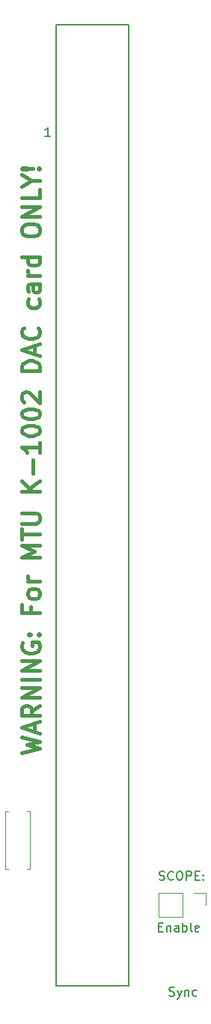
<source format=gbr>
%TF.GenerationSoftware,KiCad,Pcbnew,9.0.3*%
%TF.CreationDate,2025-08-13T21:30:13+02:00*%
%TF.ProjectId,app-mtu-adapter,6170702d-6d74-4752-9d61-646170746572,rev?*%
%TF.SameCoordinates,Original*%
%TF.FileFunction,Legend,Top*%
%TF.FilePolarity,Positive*%
%FSLAX46Y46*%
G04 Gerber Fmt 4.6, Leading zero omitted, Abs format (unit mm)*
G04 Created by KiCad (PCBNEW 9.0.3) date 2025-08-13 21:30:13*
%MOMM*%
%LPD*%
G01*
G04 APERTURE LIST*
G04 Aperture macros list*
%AMFreePoly0*
4,1,22,-1.270000,3.180000,1.270000,3.180000,1.270000,-1.910000,1.254364,-2.108672,1.198732,-2.329454,1.104571,-2.536755,0.974909,-2.723912,0.813912,-2.884909,0.626755,-3.014571,0.419454,-3.108732,0.198672,-3.164364,0.000000,-3.180000,-0.198672,-3.164364,-0.419454,-3.108732,-0.626755,-3.014571,-0.813912,-2.884909,-0.974909,-2.723912,-1.104571,-2.536755,-1.198732,-2.329454,-1.254364,-2.108672,
-1.270000,-1.910000,-1.270000,3.180000,-1.270000,3.180000,$1*%
G04 Aperture macros list end*
%ADD10C,0.150000*%
%ADD11C,0.400000*%
%ADD12C,0.120000*%
%ADD13C,3.000000*%
%ADD14C,1.700000*%
%ADD15R,1.700000X1.700000*%
%ADD16C,4.300000*%
%ADD17C,1.600000*%
%ADD18C,3.180000*%
%ADD19O,2.000000X2.000000*%
%ADD20FreePoly0,270.000000*%
G04 APERTURE END LIST*
D10*
X148248095Y-144466009D02*
X148581428Y-144466009D01*
X148724285Y-144989819D02*
X148248095Y-144989819D01*
X148248095Y-144989819D02*
X148248095Y-143989819D01*
X148248095Y-143989819D02*
X148724285Y-143989819D01*
X149152857Y-144323152D02*
X149152857Y-144989819D01*
X149152857Y-144418390D02*
X149200476Y-144370771D01*
X149200476Y-144370771D02*
X149295714Y-144323152D01*
X149295714Y-144323152D02*
X149438571Y-144323152D01*
X149438571Y-144323152D02*
X149533809Y-144370771D01*
X149533809Y-144370771D02*
X149581428Y-144466009D01*
X149581428Y-144466009D02*
X149581428Y-144989819D01*
X150486190Y-144989819D02*
X150486190Y-144466009D01*
X150486190Y-144466009D02*
X150438571Y-144370771D01*
X150438571Y-144370771D02*
X150343333Y-144323152D01*
X150343333Y-144323152D02*
X150152857Y-144323152D01*
X150152857Y-144323152D02*
X150057619Y-144370771D01*
X150486190Y-144942200D02*
X150390952Y-144989819D01*
X150390952Y-144989819D02*
X150152857Y-144989819D01*
X150152857Y-144989819D02*
X150057619Y-144942200D01*
X150057619Y-144942200D02*
X150010000Y-144846961D01*
X150010000Y-144846961D02*
X150010000Y-144751723D01*
X150010000Y-144751723D02*
X150057619Y-144656485D01*
X150057619Y-144656485D02*
X150152857Y-144608866D01*
X150152857Y-144608866D02*
X150390952Y-144608866D01*
X150390952Y-144608866D02*
X150486190Y-144561247D01*
X150962381Y-144989819D02*
X150962381Y-143989819D01*
X150962381Y-144370771D02*
X151057619Y-144323152D01*
X151057619Y-144323152D02*
X151248095Y-144323152D01*
X151248095Y-144323152D02*
X151343333Y-144370771D01*
X151343333Y-144370771D02*
X151390952Y-144418390D01*
X151390952Y-144418390D02*
X151438571Y-144513628D01*
X151438571Y-144513628D02*
X151438571Y-144799342D01*
X151438571Y-144799342D02*
X151390952Y-144894580D01*
X151390952Y-144894580D02*
X151343333Y-144942200D01*
X151343333Y-144942200D02*
X151248095Y-144989819D01*
X151248095Y-144989819D02*
X151057619Y-144989819D01*
X151057619Y-144989819D02*
X150962381Y-144942200D01*
X152010000Y-144989819D02*
X151914762Y-144942200D01*
X151914762Y-144942200D02*
X151867143Y-144846961D01*
X151867143Y-144846961D02*
X151867143Y-143989819D01*
X152771905Y-144942200D02*
X152676667Y-144989819D01*
X152676667Y-144989819D02*
X152486191Y-144989819D01*
X152486191Y-144989819D02*
X152390953Y-144942200D01*
X152390953Y-144942200D02*
X152343334Y-144846961D01*
X152343334Y-144846961D02*
X152343334Y-144466009D01*
X152343334Y-144466009D02*
X152390953Y-144370771D01*
X152390953Y-144370771D02*
X152486191Y-144323152D01*
X152486191Y-144323152D02*
X152676667Y-144323152D01*
X152676667Y-144323152D02*
X152771905Y-144370771D01*
X152771905Y-144370771D02*
X152819524Y-144466009D01*
X152819524Y-144466009D02*
X152819524Y-144561247D01*
X152819524Y-144561247D02*
X152343334Y-144656485D01*
X149432381Y-152232200D02*
X149575238Y-152279819D01*
X149575238Y-152279819D02*
X149813333Y-152279819D01*
X149813333Y-152279819D02*
X149908571Y-152232200D01*
X149908571Y-152232200D02*
X149956190Y-152184580D01*
X149956190Y-152184580D02*
X150003809Y-152089342D01*
X150003809Y-152089342D02*
X150003809Y-151994104D01*
X150003809Y-151994104D02*
X149956190Y-151898866D01*
X149956190Y-151898866D02*
X149908571Y-151851247D01*
X149908571Y-151851247D02*
X149813333Y-151803628D01*
X149813333Y-151803628D02*
X149622857Y-151756009D01*
X149622857Y-151756009D02*
X149527619Y-151708390D01*
X149527619Y-151708390D02*
X149480000Y-151660771D01*
X149480000Y-151660771D02*
X149432381Y-151565533D01*
X149432381Y-151565533D02*
X149432381Y-151470295D01*
X149432381Y-151470295D02*
X149480000Y-151375057D01*
X149480000Y-151375057D02*
X149527619Y-151327438D01*
X149527619Y-151327438D02*
X149622857Y-151279819D01*
X149622857Y-151279819D02*
X149860952Y-151279819D01*
X149860952Y-151279819D02*
X150003809Y-151327438D01*
X150337143Y-151613152D02*
X150575238Y-152279819D01*
X150813333Y-151613152D02*
X150575238Y-152279819D01*
X150575238Y-152279819D02*
X150480000Y-152517914D01*
X150480000Y-152517914D02*
X150432381Y-152565533D01*
X150432381Y-152565533D02*
X150337143Y-152613152D01*
X151194286Y-151613152D02*
X151194286Y-152279819D01*
X151194286Y-151708390D02*
X151241905Y-151660771D01*
X151241905Y-151660771D02*
X151337143Y-151613152D01*
X151337143Y-151613152D02*
X151480000Y-151613152D01*
X151480000Y-151613152D02*
X151575238Y-151660771D01*
X151575238Y-151660771D02*
X151622857Y-151756009D01*
X151622857Y-151756009D02*
X151622857Y-152279819D01*
X152527619Y-152232200D02*
X152432381Y-152279819D01*
X152432381Y-152279819D02*
X152241905Y-152279819D01*
X152241905Y-152279819D02*
X152146667Y-152232200D01*
X152146667Y-152232200D02*
X152099048Y-152184580D01*
X152099048Y-152184580D02*
X152051429Y-152089342D01*
X152051429Y-152089342D02*
X152051429Y-151803628D01*
X152051429Y-151803628D02*
X152099048Y-151708390D01*
X152099048Y-151708390D02*
X152146667Y-151660771D01*
X152146667Y-151660771D02*
X152241905Y-151613152D01*
X152241905Y-151613152D02*
X152432381Y-151613152D01*
X152432381Y-151613152D02*
X152527619Y-151660771D01*
X148310000Y-139147200D02*
X148452857Y-139194819D01*
X148452857Y-139194819D02*
X148690952Y-139194819D01*
X148690952Y-139194819D02*
X148786190Y-139147200D01*
X148786190Y-139147200D02*
X148833809Y-139099580D01*
X148833809Y-139099580D02*
X148881428Y-139004342D01*
X148881428Y-139004342D02*
X148881428Y-138909104D01*
X148881428Y-138909104D02*
X148833809Y-138813866D01*
X148833809Y-138813866D02*
X148786190Y-138766247D01*
X148786190Y-138766247D02*
X148690952Y-138718628D01*
X148690952Y-138718628D02*
X148500476Y-138671009D01*
X148500476Y-138671009D02*
X148405238Y-138623390D01*
X148405238Y-138623390D02*
X148357619Y-138575771D01*
X148357619Y-138575771D02*
X148310000Y-138480533D01*
X148310000Y-138480533D02*
X148310000Y-138385295D01*
X148310000Y-138385295D02*
X148357619Y-138290057D01*
X148357619Y-138290057D02*
X148405238Y-138242438D01*
X148405238Y-138242438D02*
X148500476Y-138194819D01*
X148500476Y-138194819D02*
X148738571Y-138194819D01*
X148738571Y-138194819D02*
X148881428Y-138242438D01*
X149881428Y-139099580D02*
X149833809Y-139147200D01*
X149833809Y-139147200D02*
X149690952Y-139194819D01*
X149690952Y-139194819D02*
X149595714Y-139194819D01*
X149595714Y-139194819D02*
X149452857Y-139147200D01*
X149452857Y-139147200D02*
X149357619Y-139051961D01*
X149357619Y-139051961D02*
X149310000Y-138956723D01*
X149310000Y-138956723D02*
X149262381Y-138766247D01*
X149262381Y-138766247D02*
X149262381Y-138623390D01*
X149262381Y-138623390D02*
X149310000Y-138432914D01*
X149310000Y-138432914D02*
X149357619Y-138337676D01*
X149357619Y-138337676D02*
X149452857Y-138242438D01*
X149452857Y-138242438D02*
X149595714Y-138194819D01*
X149595714Y-138194819D02*
X149690952Y-138194819D01*
X149690952Y-138194819D02*
X149833809Y-138242438D01*
X149833809Y-138242438D02*
X149881428Y-138290057D01*
X150500476Y-138194819D02*
X150690952Y-138194819D01*
X150690952Y-138194819D02*
X150786190Y-138242438D01*
X150786190Y-138242438D02*
X150881428Y-138337676D01*
X150881428Y-138337676D02*
X150929047Y-138528152D01*
X150929047Y-138528152D02*
X150929047Y-138861485D01*
X150929047Y-138861485D02*
X150881428Y-139051961D01*
X150881428Y-139051961D02*
X150786190Y-139147200D01*
X150786190Y-139147200D02*
X150690952Y-139194819D01*
X150690952Y-139194819D02*
X150500476Y-139194819D01*
X150500476Y-139194819D02*
X150405238Y-139147200D01*
X150405238Y-139147200D02*
X150310000Y-139051961D01*
X150310000Y-139051961D02*
X150262381Y-138861485D01*
X150262381Y-138861485D02*
X150262381Y-138528152D01*
X150262381Y-138528152D02*
X150310000Y-138337676D01*
X150310000Y-138337676D02*
X150405238Y-138242438D01*
X150405238Y-138242438D02*
X150500476Y-138194819D01*
X151357619Y-139194819D02*
X151357619Y-138194819D01*
X151357619Y-138194819D02*
X151738571Y-138194819D01*
X151738571Y-138194819D02*
X151833809Y-138242438D01*
X151833809Y-138242438D02*
X151881428Y-138290057D01*
X151881428Y-138290057D02*
X151929047Y-138385295D01*
X151929047Y-138385295D02*
X151929047Y-138528152D01*
X151929047Y-138528152D02*
X151881428Y-138623390D01*
X151881428Y-138623390D02*
X151833809Y-138671009D01*
X151833809Y-138671009D02*
X151738571Y-138718628D01*
X151738571Y-138718628D02*
X151357619Y-138718628D01*
X152357619Y-138671009D02*
X152690952Y-138671009D01*
X152833809Y-139194819D02*
X152357619Y-139194819D01*
X152357619Y-139194819D02*
X152357619Y-138194819D01*
X152357619Y-138194819D02*
X152833809Y-138194819D01*
X153262381Y-139099580D02*
X153310000Y-139147200D01*
X153310000Y-139147200D02*
X153262381Y-139194819D01*
X153262381Y-139194819D02*
X153214762Y-139147200D01*
X153214762Y-139147200D02*
X153262381Y-139099580D01*
X153262381Y-139099580D02*
X153262381Y-139194819D01*
X153262381Y-138575771D02*
X153310000Y-138623390D01*
X153310000Y-138623390D02*
X153262381Y-138671009D01*
X153262381Y-138671009D02*
X153214762Y-138623390D01*
X153214762Y-138623390D02*
X153262381Y-138575771D01*
X153262381Y-138575771D02*
X153262381Y-138671009D01*
D11*
X132754438Y-124755239D02*
X134754438Y-124279049D01*
X134754438Y-124279049D02*
X133325866Y-123898096D01*
X133325866Y-123898096D02*
X134754438Y-123517144D01*
X134754438Y-123517144D02*
X132754438Y-123040954D01*
X134183009Y-122374287D02*
X134183009Y-121421906D01*
X134754438Y-122564763D02*
X132754438Y-121898097D01*
X132754438Y-121898097D02*
X134754438Y-121231430D01*
X134754438Y-119421906D02*
X133802057Y-120088573D01*
X134754438Y-120564763D02*
X132754438Y-120564763D01*
X132754438Y-120564763D02*
X132754438Y-119802858D01*
X132754438Y-119802858D02*
X132849676Y-119612382D01*
X132849676Y-119612382D02*
X132944914Y-119517144D01*
X132944914Y-119517144D02*
X133135390Y-119421906D01*
X133135390Y-119421906D02*
X133421104Y-119421906D01*
X133421104Y-119421906D02*
X133611580Y-119517144D01*
X133611580Y-119517144D02*
X133706819Y-119612382D01*
X133706819Y-119612382D02*
X133802057Y-119802858D01*
X133802057Y-119802858D02*
X133802057Y-120564763D01*
X134754438Y-118564763D02*
X132754438Y-118564763D01*
X132754438Y-118564763D02*
X134754438Y-117421906D01*
X134754438Y-117421906D02*
X132754438Y-117421906D01*
X134754438Y-116469525D02*
X132754438Y-116469525D01*
X134754438Y-115517144D02*
X132754438Y-115517144D01*
X132754438Y-115517144D02*
X134754438Y-114374287D01*
X134754438Y-114374287D02*
X132754438Y-114374287D01*
X132849676Y-112374287D02*
X132754438Y-112564763D01*
X132754438Y-112564763D02*
X132754438Y-112850477D01*
X132754438Y-112850477D02*
X132849676Y-113136192D01*
X132849676Y-113136192D02*
X133040152Y-113326668D01*
X133040152Y-113326668D02*
X133230628Y-113421906D01*
X133230628Y-113421906D02*
X133611580Y-113517144D01*
X133611580Y-113517144D02*
X133897295Y-113517144D01*
X133897295Y-113517144D02*
X134278247Y-113421906D01*
X134278247Y-113421906D02*
X134468723Y-113326668D01*
X134468723Y-113326668D02*
X134659200Y-113136192D01*
X134659200Y-113136192D02*
X134754438Y-112850477D01*
X134754438Y-112850477D02*
X134754438Y-112660001D01*
X134754438Y-112660001D02*
X134659200Y-112374287D01*
X134659200Y-112374287D02*
X134563961Y-112279049D01*
X134563961Y-112279049D02*
X133897295Y-112279049D01*
X133897295Y-112279049D02*
X133897295Y-112660001D01*
X134563961Y-111421906D02*
X134659200Y-111326668D01*
X134659200Y-111326668D02*
X134754438Y-111421906D01*
X134754438Y-111421906D02*
X134659200Y-111517144D01*
X134659200Y-111517144D02*
X134563961Y-111421906D01*
X134563961Y-111421906D02*
X134754438Y-111421906D01*
X133516342Y-111421906D02*
X133611580Y-111326668D01*
X133611580Y-111326668D02*
X133706819Y-111421906D01*
X133706819Y-111421906D02*
X133611580Y-111517144D01*
X133611580Y-111517144D02*
X133516342Y-111421906D01*
X133516342Y-111421906D02*
X133706819Y-111421906D01*
X133706819Y-108279048D02*
X133706819Y-108945715D01*
X134754438Y-108945715D02*
X132754438Y-108945715D01*
X132754438Y-108945715D02*
X132754438Y-107993334D01*
X134754438Y-106945715D02*
X134659200Y-107136191D01*
X134659200Y-107136191D02*
X134563961Y-107231429D01*
X134563961Y-107231429D02*
X134373485Y-107326667D01*
X134373485Y-107326667D02*
X133802057Y-107326667D01*
X133802057Y-107326667D02*
X133611580Y-107231429D01*
X133611580Y-107231429D02*
X133516342Y-107136191D01*
X133516342Y-107136191D02*
X133421104Y-106945715D01*
X133421104Y-106945715D02*
X133421104Y-106660000D01*
X133421104Y-106660000D02*
X133516342Y-106469524D01*
X133516342Y-106469524D02*
X133611580Y-106374286D01*
X133611580Y-106374286D02*
X133802057Y-106279048D01*
X133802057Y-106279048D02*
X134373485Y-106279048D01*
X134373485Y-106279048D02*
X134563961Y-106374286D01*
X134563961Y-106374286D02*
X134659200Y-106469524D01*
X134659200Y-106469524D02*
X134754438Y-106660000D01*
X134754438Y-106660000D02*
X134754438Y-106945715D01*
X134754438Y-105421905D02*
X133421104Y-105421905D01*
X133802057Y-105421905D02*
X133611580Y-105326667D01*
X133611580Y-105326667D02*
X133516342Y-105231429D01*
X133516342Y-105231429D02*
X133421104Y-105040953D01*
X133421104Y-105040953D02*
X133421104Y-104850476D01*
X134754438Y-102660000D02*
X132754438Y-102660000D01*
X132754438Y-102660000D02*
X134183009Y-101993333D01*
X134183009Y-101993333D02*
X132754438Y-101326667D01*
X132754438Y-101326667D02*
X134754438Y-101326667D01*
X132754438Y-100660000D02*
X132754438Y-99517143D01*
X134754438Y-100088572D02*
X132754438Y-100088572D01*
X132754438Y-98850476D02*
X134373485Y-98850476D01*
X134373485Y-98850476D02*
X134563961Y-98755238D01*
X134563961Y-98755238D02*
X134659200Y-98660000D01*
X134659200Y-98660000D02*
X134754438Y-98469524D01*
X134754438Y-98469524D02*
X134754438Y-98088571D01*
X134754438Y-98088571D02*
X134659200Y-97898095D01*
X134659200Y-97898095D02*
X134563961Y-97802857D01*
X134563961Y-97802857D02*
X134373485Y-97707619D01*
X134373485Y-97707619D02*
X132754438Y-97707619D01*
X134754438Y-95231428D02*
X132754438Y-95231428D01*
X134754438Y-94088571D02*
X133611580Y-94945714D01*
X132754438Y-94088571D02*
X133897295Y-95231428D01*
X133992533Y-93231428D02*
X133992533Y-91707619D01*
X134754438Y-89707619D02*
X134754438Y-90850476D01*
X134754438Y-90279048D02*
X132754438Y-90279048D01*
X132754438Y-90279048D02*
X133040152Y-90469524D01*
X133040152Y-90469524D02*
X133230628Y-90660000D01*
X133230628Y-90660000D02*
X133325866Y-90850476D01*
X132754438Y-88469524D02*
X132754438Y-88279047D01*
X132754438Y-88279047D02*
X132849676Y-88088571D01*
X132849676Y-88088571D02*
X132944914Y-87993333D01*
X132944914Y-87993333D02*
X133135390Y-87898095D01*
X133135390Y-87898095D02*
X133516342Y-87802857D01*
X133516342Y-87802857D02*
X133992533Y-87802857D01*
X133992533Y-87802857D02*
X134373485Y-87898095D01*
X134373485Y-87898095D02*
X134563961Y-87993333D01*
X134563961Y-87993333D02*
X134659200Y-88088571D01*
X134659200Y-88088571D02*
X134754438Y-88279047D01*
X134754438Y-88279047D02*
X134754438Y-88469524D01*
X134754438Y-88469524D02*
X134659200Y-88660000D01*
X134659200Y-88660000D02*
X134563961Y-88755238D01*
X134563961Y-88755238D02*
X134373485Y-88850476D01*
X134373485Y-88850476D02*
X133992533Y-88945714D01*
X133992533Y-88945714D02*
X133516342Y-88945714D01*
X133516342Y-88945714D02*
X133135390Y-88850476D01*
X133135390Y-88850476D02*
X132944914Y-88755238D01*
X132944914Y-88755238D02*
X132849676Y-88660000D01*
X132849676Y-88660000D02*
X132754438Y-88469524D01*
X132754438Y-86564762D02*
X132754438Y-86374285D01*
X132754438Y-86374285D02*
X132849676Y-86183809D01*
X132849676Y-86183809D02*
X132944914Y-86088571D01*
X132944914Y-86088571D02*
X133135390Y-85993333D01*
X133135390Y-85993333D02*
X133516342Y-85898095D01*
X133516342Y-85898095D02*
X133992533Y-85898095D01*
X133992533Y-85898095D02*
X134373485Y-85993333D01*
X134373485Y-85993333D02*
X134563961Y-86088571D01*
X134563961Y-86088571D02*
X134659200Y-86183809D01*
X134659200Y-86183809D02*
X134754438Y-86374285D01*
X134754438Y-86374285D02*
X134754438Y-86564762D01*
X134754438Y-86564762D02*
X134659200Y-86755238D01*
X134659200Y-86755238D02*
X134563961Y-86850476D01*
X134563961Y-86850476D02*
X134373485Y-86945714D01*
X134373485Y-86945714D02*
X133992533Y-87040952D01*
X133992533Y-87040952D02*
X133516342Y-87040952D01*
X133516342Y-87040952D02*
X133135390Y-86945714D01*
X133135390Y-86945714D02*
X132944914Y-86850476D01*
X132944914Y-86850476D02*
X132849676Y-86755238D01*
X132849676Y-86755238D02*
X132754438Y-86564762D01*
X132944914Y-85136190D02*
X132849676Y-85040952D01*
X132849676Y-85040952D02*
X132754438Y-84850476D01*
X132754438Y-84850476D02*
X132754438Y-84374285D01*
X132754438Y-84374285D02*
X132849676Y-84183809D01*
X132849676Y-84183809D02*
X132944914Y-84088571D01*
X132944914Y-84088571D02*
X133135390Y-83993333D01*
X133135390Y-83993333D02*
X133325866Y-83993333D01*
X133325866Y-83993333D02*
X133611580Y-84088571D01*
X133611580Y-84088571D02*
X134754438Y-85231428D01*
X134754438Y-85231428D02*
X134754438Y-83993333D01*
X134754438Y-81612380D02*
X132754438Y-81612380D01*
X132754438Y-81612380D02*
X132754438Y-81136190D01*
X132754438Y-81136190D02*
X132849676Y-80850475D01*
X132849676Y-80850475D02*
X133040152Y-80659999D01*
X133040152Y-80659999D02*
X133230628Y-80564761D01*
X133230628Y-80564761D02*
X133611580Y-80469523D01*
X133611580Y-80469523D02*
X133897295Y-80469523D01*
X133897295Y-80469523D02*
X134278247Y-80564761D01*
X134278247Y-80564761D02*
X134468723Y-80659999D01*
X134468723Y-80659999D02*
X134659200Y-80850475D01*
X134659200Y-80850475D02*
X134754438Y-81136190D01*
X134754438Y-81136190D02*
X134754438Y-81612380D01*
X134183009Y-79707618D02*
X134183009Y-78755237D01*
X134754438Y-79898094D02*
X132754438Y-79231428D01*
X132754438Y-79231428D02*
X134754438Y-78564761D01*
X134563961Y-76755237D02*
X134659200Y-76850475D01*
X134659200Y-76850475D02*
X134754438Y-77136189D01*
X134754438Y-77136189D02*
X134754438Y-77326665D01*
X134754438Y-77326665D02*
X134659200Y-77612380D01*
X134659200Y-77612380D02*
X134468723Y-77802856D01*
X134468723Y-77802856D02*
X134278247Y-77898094D01*
X134278247Y-77898094D02*
X133897295Y-77993332D01*
X133897295Y-77993332D02*
X133611580Y-77993332D01*
X133611580Y-77993332D02*
X133230628Y-77898094D01*
X133230628Y-77898094D02*
X133040152Y-77802856D01*
X133040152Y-77802856D02*
X132849676Y-77612380D01*
X132849676Y-77612380D02*
X132754438Y-77326665D01*
X132754438Y-77326665D02*
X132754438Y-77136189D01*
X132754438Y-77136189D02*
X132849676Y-76850475D01*
X132849676Y-76850475D02*
X132944914Y-76755237D01*
X134659200Y-73517141D02*
X134754438Y-73707617D01*
X134754438Y-73707617D02*
X134754438Y-74088570D01*
X134754438Y-74088570D02*
X134659200Y-74279046D01*
X134659200Y-74279046D02*
X134563961Y-74374284D01*
X134563961Y-74374284D02*
X134373485Y-74469522D01*
X134373485Y-74469522D02*
X133802057Y-74469522D01*
X133802057Y-74469522D02*
X133611580Y-74374284D01*
X133611580Y-74374284D02*
X133516342Y-74279046D01*
X133516342Y-74279046D02*
X133421104Y-74088570D01*
X133421104Y-74088570D02*
X133421104Y-73707617D01*
X133421104Y-73707617D02*
X133516342Y-73517141D01*
X134754438Y-71802855D02*
X133706819Y-71802855D01*
X133706819Y-71802855D02*
X133516342Y-71898093D01*
X133516342Y-71898093D02*
X133421104Y-72088569D01*
X133421104Y-72088569D02*
X133421104Y-72469522D01*
X133421104Y-72469522D02*
X133516342Y-72659998D01*
X134659200Y-71802855D02*
X134754438Y-71993331D01*
X134754438Y-71993331D02*
X134754438Y-72469522D01*
X134754438Y-72469522D02*
X134659200Y-72659998D01*
X134659200Y-72659998D02*
X134468723Y-72755236D01*
X134468723Y-72755236D02*
X134278247Y-72755236D01*
X134278247Y-72755236D02*
X134087771Y-72659998D01*
X134087771Y-72659998D02*
X133992533Y-72469522D01*
X133992533Y-72469522D02*
X133992533Y-71993331D01*
X133992533Y-71993331D02*
X133897295Y-71802855D01*
X134754438Y-70850474D02*
X133421104Y-70850474D01*
X133802057Y-70850474D02*
X133611580Y-70755236D01*
X133611580Y-70755236D02*
X133516342Y-70659998D01*
X133516342Y-70659998D02*
X133421104Y-70469522D01*
X133421104Y-70469522D02*
X133421104Y-70279045D01*
X134754438Y-68755236D02*
X132754438Y-68755236D01*
X134659200Y-68755236D02*
X134754438Y-68945712D01*
X134754438Y-68945712D02*
X134754438Y-69326665D01*
X134754438Y-69326665D02*
X134659200Y-69517141D01*
X134659200Y-69517141D02*
X134563961Y-69612379D01*
X134563961Y-69612379D02*
X134373485Y-69707617D01*
X134373485Y-69707617D02*
X133802057Y-69707617D01*
X133802057Y-69707617D02*
X133611580Y-69612379D01*
X133611580Y-69612379D02*
X133516342Y-69517141D01*
X133516342Y-69517141D02*
X133421104Y-69326665D01*
X133421104Y-69326665D02*
X133421104Y-68945712D01*
X133421104Y-68945712D02*
X133516342Y-68755236D01*
X132754438Y-65898093D02*
X132754438Y-65517140D01*
X132754438Y-65517140D02*
X132849676Y-65326664D01*
X132849676Y-65326664D02*
X133040152Y-65136188D01*
X133040152Y-65136188D02*
X133421104Y-65040950D01*
X133421104Y-65040950D02*
X134087771Y-65040950D01*
X134087771Y-65040950D02*
X134468723Y-65136188D01*
X134468723Y-65136188D02*
X134659200Y-65326664D01*
X134659200Y-65326664D02*
X134754438Y-65517140D01*
X134754438Y-65517140D02*
X134754438Y-65898093D01*
X134754438Y-65898093D02*
X134659200Y-66088569D01*
X134659200Y-66088569D02*
X134468723Y-66279045D01*
X134468723Y-66279045D02*
X134087771Y-66374283D01*
X134087771Y-66374283D02*
X133421104Y-66374283D01*
X133421104Y-66374283D02*
X133040152Y-66279045D01*
X133040152Y-66279045D02*
X132849676Y-66088569D01*
X132849676Y-66088569D02*
X132754438Y-65898093D01*
X134754438Y-64183807D02*
X132754438Y-64183807D01*
X132754438Y-64183807D02*
X134754438Y-63040950D01*
X134754438Y-63040950D02*
X132754438Y-63040950D01*
X134754438Y-61136188D02*
X134754438Y-62088569D01*
X134754438Y-62088569D02*
X132754438Y-62088569D01*
X133802057Y-60088569D02*
X134754438Y-60088569D01*
X132754438Y-60755235D02*
X133802057Y-60088569D01*
X133802057Y-60088569D02*
X132754438Y-59421902D01*
X134563961Y-58755235D02*
X134659200Y-58659997D01*
X134659200Y-58659997D02*
X134754438Y-58755235D01*
X134754438Y-58755235D02*
X134659200Y-58850473D01*
X134659200Y-58850473D02*
X134563961Y-58755235D01*
X134563961Y-58755235D02*
X134754438Y-58755235D01*
X133992533Y-58755235D02*
X132849676Y-58850473D01*
X132849676Y-58850473D02*
X132754438Y-58755235D01*
X132754438Y-58755235D02*
X132849676Y-58659997D01*
X132849676Y-58659997D02*
X133992533Y-58755235D01*
X133992533Y-58755235D02*
X132754438Y-58755235D01*
D10*
X135950588Y-55099819D02*
X135379160Y-55099819D01*
X135664874Y-55099819D02*
X135664874Y-54099819D01*
X135664874Y-54099819D02*
X135569636Y-54242676D01*
X135569636Y-54242676D02*
X135474398Y-54337914D01*
X135474398Y-54337914D02*
X135379160Y-54385533D01*
D12*
%TO.C,J1*%
X153560000Y-140620000D02*
X153560000Y-142000000D01*
X152180000Y-140620000D02*
X153560000Y-140620000D01*
X150910000Y-143380000D02*
X148260000Y-143380000D01*
X150910000Y-140620000D02*
X150910000Y-143380000D01*
X150910000Y-140620000D02*
X148260000Y-140620000D01*
X148260000Y-140620000D02*
X148260000Y-143380000D01*
%TO.C,R1*%
X133640000Y-137940000D02*
X133310000Y-137940000D01*
X133640000Y-131400000D02*
X133640000Y-137940000D01*
X133310000Y-131400000D02*
X133640000Y-131400000D01*
X131230000Y-131400000D02*
X130900000Y-131400000D01*
X130900000Y-137940000D02*
X131230000Y-137940000D01*
X130900000Y-131400000D02*
X130900000Y-137940000D01*
D10*
%TO.C,P2*%
X136600000Y-42480000D02*
X144860000Y-42480000D01*
X136600000Y-151140000D02*
X136600000Y-42480000D01*
X144860000Y-42480000D02*
X144860000Y-151140000D01*
X144860000Y-151140000D02*
X136600000Y-151140000D01*
%TD*%
%LPC*%
%TO.C,P1*%
D12*
X105690000Y-51190000D02*
X115750000Y-51190000D01*
X115750000Y-142430000D01*
X105690000Y-142430000D01*
X105690000Y-51190000D01*
G36*
X105690000Y-51190000D02*
G01*
X115750000Y-51190000D01*
X115750000Y-142430000D01*
X105690000Y-142430000D01*
X105690000Y-51190000D01*
G37*
%TD*%
D13*
%TO.C,TP1*%
X150910000Y-149250000D03*
%TD*%
D14*
%TO.C,J1*%
X149640000Y-142000000D03*
D15*
X152180000Y-142000000D03*
%TD*%
D16*
%TO.C,M1*%
X160380000Y-145780000D03*
%TD*%
%TO.C,M1*%
X160380000Y-47840000D03*
%TD*%
D17*
%TO.C,R1*%
X132270000Y-138480000D03*
X132270000Y-130860000D03*
%TD*%
D16*
%TO.C,M1*%
X121080000Y-47840000D03*
%TD*%
%TO.C,M2*%
X121080000Y-145780000D03*
%TD*%
D18*
%TO.C,P2*%
X140730000Y-45655000D03*
X140730000Y-147965000D03*
D19*
X138190000Y-55230000D03*
X138190000Y-59190000D03*
X138190000Y-63150000D03*
X138190000Y-67110000D03*
X138190000Y-71070000D03*
X138190000Y-75030000D03*
X138190000Y-78990000D03*
X138190000Y-82950000D03*
X138190000Y-86910000D03*
X138190000Y-90870000D03*
X138190000Y-94830000D03*
X138190000Y-98790000D03*
X138190000Y-102750000D03*
X138190000Y-106710000D03*
X138190000Y-110670000D03*
X138190000Y-114630000D03*
X138190000Y-118590000D03*
X138190000Y-122550000D03*
X138190000Y-126510000D03*
X138190000Y-130470000D03*
X138190000Y-134430000D03*
X138190000Y-138390000D03*
X143270000Y-55230000D03*
X143270000Y-59190000D03*
X143270000Y-63150000D03*
X143270000Y-67110000D03*
X143270000Y-71070000D03*
X143270000Y-75030000D03*
X143270000Y-78990000D03*
X143270000Y-82950000D03*
X143270000Y-86910000D03*
X143270000Y-90870000D03*
X143270000Y-94830000D03*
X143270000Y-98790000D03*
X143270000Y-102750000D03*
X143270000Y-106710000D03*
X143270000Y-110670000D03*
X143270000Y-114630000D03*
X143270000Y-118590000D03*
X143270000Y-122550000D03*
X143270000Y-126510000D03*
X143270000Y-130470000D03*
X143270000Y-134430000D03*
X143270000Y-138390000D03*
%TD*%
D20*
%TO.C,P3*%
X164870000Y-55230000D03*
X164870000Y-59190000D03*
X164870000Y-63150000D03*
X164870000Y-67110000D03*
X164870000Y-71070000D03*
X164870000Y-75030000D03*
X164870000Y-78990000D03*
X164870000Y-82950000D03*
X164870000Y-86910000D03*
X164870000Y-90870000D03*
X164870000Y-94830000D03*
X164870000Y-98790000D03*
X164870000Y-102750000D03*
X164870000Y-106710000D03*
X164870000Y-110670000D03*
X164870000Y-114630000D03*
X164870000Y-118590000D03*
X164870000Y-122550000D03*
X164870000Y-126510000D03*
X164870000Y-130470000D03*
X164870000Y-134430000D03*
X164870000Y-138390000D03*
%TD*%
%LPD*%
M02*

</source>
